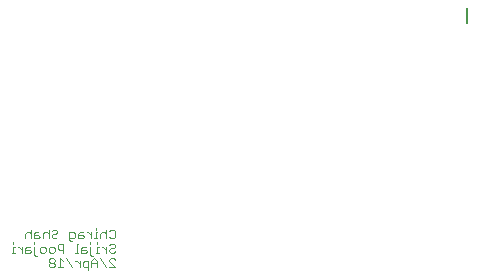
<source format=gbo>
G75*
%MOIN*%
%OFA0B0*%
%FSLAX25Y25*%
%IPPOS*%
%LPD*%
%AMOC8*
5,1,8,0,0,1.08239X$1,22.5*
%
%ADD10C,0.00300*%
%ADD11C,0.00800*%
D10*
X0030967Y0015317D02*
X0031935Y0015317D01*
X0031451Y0015317D02*
X0031451Y0017252D01*
X0031935Y0017252D01*
X0032939Y0017252D02*
X0033423Y0017252D01*
X0034390Y0016284D01*
X0034390Y0015317D02*
X0034390Y0017252D01*
X0035402Y0016768D02*
X0035402Y0015317D01*
X0036853Y0015317D01*
X0037337Y0015800D01*
X0036853Y0016284D01*
X0035402Y0016284D01*
X0035402Y0016768D02*
X0035885Y0017252D01*
X0036853Y0017252D01*
X0038333Y0017252D02*
X0038333Y0014833D01*
X0038817Y0014349D01*
X0039301Y0014349D01*
X0040312Y0015800D02*
X0040312Y0016768D01*
X0040796Y0017252D01*
X0041764Y0017252D01*
X0042247Y0016768D01*
X0042247Y0015800D01*
X0041764Y0015317D01*
X0040796Y0015317D01*
X0040312Y0015800D01*
X0038333Y0018219D02*
X0038333Y0018703D01*
X0038348Y0020117D02*
X0039799Y0020117D01*
X0040283Y0020600D01*
X0039799Y0021084D01*
X0038348Y0021084D01*
X0038348Y0021568D02*
X0038348Y0020117D01*
X0037337Y0020117D02*
X0037337Y0023019D01*
X0036853Y0022052D02*
X0037337Y0021568D01*
X0036853Y0022052D02*
X0035885Y0022052D01*
X0035402Y0021568D01*
X0035402Y0020117D01*
X0038348Y0021568D02*
X0038832Y0022052D01*
X0039799Y0022052D01*
X0041295Y0021568D02*
X0041295Y0020117D01*
X0041295Y0021568D02*
X0041778Y0022052D01*
X0042746Y0022052D01*
X0043230Y0021568D01*
X0044241Y0021084D02*
X0044241Y0020600D01*
X0044725Y0020117D01*
X0045692Y0020117D01*
X0046176Y0020600D01*
X0045692Y0021568D02*
X0044725Y0021568D01*
X0044241Y0021084D01*
X0043230Y0020117D02*
X0043230Y0023019D01*
X0044241Y0022535D02*
X0044725Y0023019D01*
X0045692Y0023019D01*
X0046176Y0022535D01*
X0046176Y0022052D01*
X0045692Y0021568D01*
X0046689Y0018219D02*
X0046205Y0017735D01*
X0046205Y0016768D01*
X0046689Y0016284D01*
X0048140Y0016284D01*
X0048140Y0015317D02*
X0048140Y0018219D01*
X0046689Y0018219D01*
X0045194Y0016768D02*
X0045194Y0015800D01*
X0044710Y0015317D01*
X0043743Y0015317D01*
X0043259Y0015800D01*
X0043259Y0016768D01*
X0043743Y0017252D01*
X0044710Y0017252D01*
X0045194Y0016768D01*
X0044710Y0013419D02*
X0043743Y0013419D01*
X0043259Y0012935D01*
X0043259Y0012452D01*
X0043743Y0011968D01*
X0044710Y0011968D01*
X0045194Y0012452D01*
X0045194Y0012935D01*
X0044710Y0013419D01*
X0044710Y0011968D02*
X0045194Y0011484D01*
X0045194Y0011000D01*
X0044710Y0010517D01*
X0043743Y0010517D01*
X0043259Y0011000D01*
X0043259Y0011484D01*
X0043743Y0011968D01*
X0046205Y0010517D02*
X0048140Y0010517D01*
X0047173Y0010517D02*
X0047173Y0013419D01*
X0048140Y0012452D01*
X0049152Y0013419D02*
X0051087Y0010517D01*
X0052091Y0012452D02*
X0052575Y0012452D01*
X0053542Y0011484D01*
X0053542Y0010517D02*
X0053542Y0012452D01*
X0054554Y0011968D02*
X0054554Y0011000D01*
X0055038Y0010517D01*
X0056489Y0010517D01*
X0056489Y0009549D02*
X0056489Y0012452D01*
X0055038Y0012452D01*
X0054554Y0011968D01*
X0057500Y0011968D02*
X0059435Y0011968D01*
X0059435Y0012452D02*
X0058468Y0013419D01*
X0057500Y0012452D01*
X0057500Y0010517D01*
X0059435Y0010517D02*
X0059435Y0012452D01*
X0060447Y0013419D02*
X0062382Y0010517D01*
X0063393Y0010517D02*
X0065328Y0010517D01*
X0063393Y0012452D01*
X0063393Y0012935D01*
X0063877Y0013419D01*
X0064845Y0013419D01*
X0065328Y0012935D01*
X0064845Y0015317D02*
X0063877Y0015317D01*
X0063393Y0015800D01*
X0063393Y0016284D01*
X0063877Y0016768D01*
X0064845Y0016768D01*
X0065328Y0017252D01*
X0065328Y0017735D01*
X0064845Y0018219D01*
X0063877Y0018219D01*
X0063393Y0017735D01*
X0062382Y0017252D02*
X0062382Y0015317D01*
X0062382Y0016284D02*
X0061414Y0017252D01*
X0060931Y0017252D01*
X0059927Y0017252D02*
X0059443Y0017252D01*
X0059443Y0015317D01*
X0059927Y0015317D02*
X0058959Y0015317D01*
X0057962Y0014349D02*
X0057478Y0014349D01*
X0056995Y0014833D01*
X0056995Y0017252D01*
X0056995Y0018219D02*
X0056995Y0018703D01*
X0057471Y0020117D02*
X0057471Y0022052D01*
X0056504Y0022052D02*
X0057471Y0021084D01*
X0056504Y0022052D02*
X0056020Y0022052D01*
X0054532Y0022052D02*
X0053564Y0022052D01*
X0053081Y0021568D01*
X0053081Y0020117D01*
X0054532Y0020117D01*
X0055016Y0020600D01*
X0054532Y0021084D01*
X0053081Y0021084D01*
X0052069Y0020600D02*
X0051585Y0020117D01*
X0050134Y0020117D01*
X0050134Y0019633D02*
X0050134Y0022052D01*
X0051585Y0022052D01*
X0052069Y0021568D01*
X0052069Y0020600D01*
X0051102Y0019149D02*
X0050618Y0019149D01*
X0050134Y0019633D01*
X0052568Y0018219D02*
X0052568Y0015317D01*
X0053051Y0015317D02*
X0052084Y0015317D01*
X0054063Y0015317D02*
X0054063Y0016768D01*
X0054547Y0017252D01*
X0055514Y0017252D01*
X0055514Y0016284D02*
X0054063Y0016284D01*
X0054063Y0015317D02*
X0055514Y0015317D01*
X0055998Y0015800D01*
X0055514Y0016284D01*
X0053051Y0018219D02*
X0052568Y0018219D01*
X0058468Y0020117D02*
X0059435Y0020117D01*
X0058952Y0020117D02*
X0058952Y0022052D01*
X0059435Y0022052D01*
X0058952Y0023019D02*
X0058952Y0023503D01*
X0060447Y0021568D02*
X0060447Y0020117D01*
X0060447Y0021568D02*
X0060931Y0022052D01*
X0061898Y0022052D01*
X0062382Y0021568D01*
X0063393Y0022535D02*
X0063877Y0023019D01*
X0064845Y0023019D01*
X0065328Y0022535D01*
X0065328Y0020600D01*
X0064845Y0020117D01*
X0063877Y0020117D01*
X0063393Y0020600D01*
X0062382Y0020117D02*
X0062382Y0023019D01*
X0059443Y0018703D02*
X0059443Y0018219D01*
X0064845Y0015317D02*
X0065328Y0015800D01*
X0031451Y0018219D02*
X0031451Y0018703D01*
D11*
X0182553Y0091867D02*
X0182553Y0096867D01*
M02*

</source>
